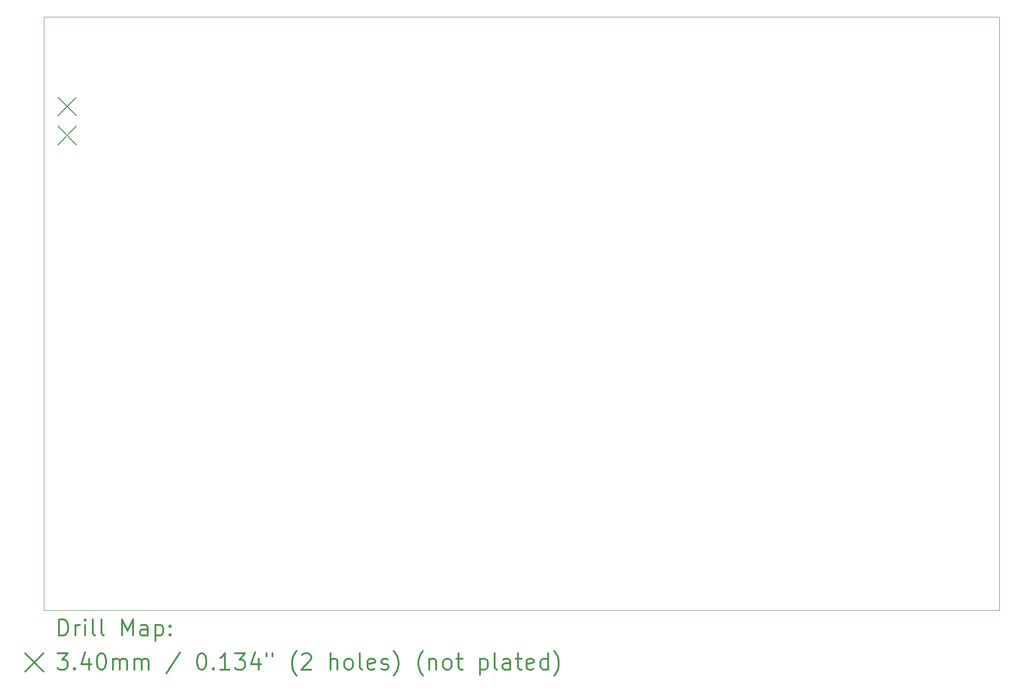
<source format=gbr>
%FSLAX45Y45*%
G04 Gerber Fmt 4.5, Leading zero omitted, Abs format (unit mm)*
G04 Created by KiCad (PCBNEW (5.1.9)-1) date 2021-06-02 00:30:13*
%MOMM*%
%LPD*%
G01*
G04 APERTURE LIST*
%TA.AperFunction,Profile*%
%ADD10C,0.050000*%
%TD*%
%ADD11C,0.200000*%
%ADD12C,0.300000*%
G04 APERTURE END LIST*
D10*
X23850000Y-14170000D02*
X6150000Y-14170000D01*
X23850000Y-3170000D02*
X6150000Y-3170000D01*
X23850000Y-14170000D02*
X23850000Y-3170000D01*
X6150000Y-3170000D02*
X6150000Y-14170000D01*
D11*
X6412406Y-4665434D02*
X6752406Y-5005434D01*
X6752406Y-4665434D02*
X6412406Y-5005434D01*
X6412406Y-5199434D02*
X6752406Y-5539434D01*
X6752406Y-5199434D02*
X6412406Y-5539434D01*
D12*
X6433928Y-14638214D02*
X6433928Y-14338214D01*
X6505357Y-14338214D01*
X6548214Y-14352500D01*
X6576786Y-14381071D01*
X6591071Y-14409643D01*
X6605357Y-14466786D01*
X6605357Y-14509643D01*
X6591071Y-14566786D01*
X6576786Y-14595357D01*
X6548214Y-14623929D01*
X6505357Y-14638214D01*
X6433928Y-14638214D01*
X6733928Y-14638214D02*
X6733928Y-14438214D01*
X6733928Y-14495357D02*
X6748214Y-14466786D01*
X6762500Y-14452500D01*
X6791071Y-14438214D01*
X6819643Y-14438214D01*
X6919643Y-14638214D02*
X6919643Y-14438214D01*
X6919643Y-14338214D02*
X6905357Y-14352500D01*
X6919643Y-14366786D01*
X6933928Y-14352500D01*
X6919643Y-14338214D01*
X6919643Y-14366786D01*
X7105357Y-14638214D02*
X7076786Y-14623929D01*
X7062500Y-14595357D01*
X7062500Y-14338214D01*
X7262500Y-14638214D02*
X7233928Y-14623929D01*
X7219643Y-14595357D01*
X7219643Y-14338214D01*
X7605357Y-14638214D02*
X7605357Y-14338214D01*
X7705357Y-14552500D01*
X7805357Y-14338214D01*
X7805357Y-14638214D01*
X8076786Y-14638214D02*
X8076786Y-14481071D01*
X8062500Y-14452500D01*
X8033928Y-14438214D01*
X7976786Y-14438214D01*
X7948214Y-14452500D01*
X8076786Y-14623929D02*
X8048214Y-14638214D01*
X7976786Y-14638214D01*
X7948214Y-14623929D01*
X7933928Y-14595357D01*
X7933928Y-14566786D01*
X7948214Y-14538214D01*
X7976786Y-14523929D01*
X8048214Y-14523929D01*
X8076786Y-14509643D01*
X8219643Y-14438214D02*
X8219643Y-14738214D01*
X8219643Y-14452500D02*
X8248214Y-14438214D01*
X8305357Y-14438214D01*
X8333928Y-14452500D01*
X8348214Y-14466786D01*
X8362500Y-14495357D01*
X8362500Y-14581071D01*
X8348214Y-14609643D01*
X8333928Y-14623929D01*
X8305357Y-14638214D01*
X8248214Y-14638214D01*
X8219643Y-14623929D01*
X8491071Y-14609643D02*
X8505357Y-14623929D01*
X8491071Y-14638214D01*
X8476786Y-14623929D01*
X8491071Y-14609643D01*
X8491071Y-14638214D01*
X8491071Y-14452500D02*
X8505357Y-14466786D01*
X8491071Y-14481071D01*
X8476786Y-14466786D01*
X8491071Y-14452500D01*
X8491071Y-14481071D01*
X5807500Y-14962500D02*
X6147500Y-15302500D01*
X6147500Y-14962500D02*
X5807500Y-15302500D01*
X6405357Y-14968214D02*
X6591071Y-14968214D01*
X6491071Y-15082500D01*
X6533928Y-15082500D01*
X6562500Y-15096786D01*
X6576786Y-15111071D01*
X6591071Y-15139643D01*
X6591071Y-15211071D01*
X6576786Y-15239643D01*
X6562500Y-15253929D01*
X6533928Y-15268214D01*
X6448214Y-15268214D01*
X6419643Y-15253929D01*
X6405357Y-15239643D01*
X6719643Y-15239643D02*
X6733928Y-15253929D01*
X6719643Y-15268214D01*
X6705357Y-15253929D01*
X6719643Y-15239643D01*
X6719643Y-15268214D01*
X6991071Y-15068214D02*
X6991071Y-15268214D01*
X6919643Y-14953929D02*
X6848214Y-15168214D01*
X7033928Y-15168214D01*
X7205357Y-14968214D02*
X7233928Y-14968214D01*
X7262500Y-14982500D01*
X7276786Y-14996786D01*
X7291071Y-15025357D01*
X7305357Y-15082500D01*
X7305357Y-15153929D01*
X7291071Y-15211071D01*
X7276786Y-15239643D01*
X7262500Y-15253929D01*
X7233928Y-15268214D01*
X7205357Y-15268214D01*
X7176786Y-15253929D01*
X7162500Y-15239643D01*
X7148214Y-15211071D01*
X7133928Y-15153929D01*
X7133928Y-15082500D01*
X7148214Y-15025357D01*
X7162500Y-14996786D01*
X7176786Y-14982500D01*
X7205357Y-14968214D01*
X7433928Y-15268214D02*
X7433928Y-15068214D01*
X7433928Y-15096786D02*
X7448214Y-15082500D01*
X7476786Y-15068214D01*
X7519643Y-15068214D01*
X7548214Y-15082500D01*
X7562500Y-15111071D01*
X7562500Y-15268214D01*
X7562500Y-15111071D02*
X7576786Y-15082500D01*
X7605357Y-15068214D01*
X7648214Y-15068214D01*
X7676786Y-15082500D01*
X7691071Y-15111071D01*
X7691071Y-15268214D01*
X7833928Y-15268214D02*
X7833928Y-15068214D01*
X7833928Y-15096786D02*
X7848214Y-15082500D01*
X7876786Y-15068214D01*
X7919643Y-15068214D01*
X7948214Y-15082500D01*
X7962500Y-15111071D01*
X7962500Y-15268214D01*
X7962500Y-15111071D02*
X7976786Y-15082500D01*
X8005357Y-15068214D01*
X8048214Y-15068214D01*
X8076786Y-15082500D01*
X8091071Y-15111071D01*
X8091071Y-15268214D01*
X8676786Y-14953929D02*
X8419643Y-15339643D01*
X9062500Y-14968214D02*
X9091071Y-14968214D01*
X9119643Y-14982500D01*
X9133928Y-14996786D01*
X9148214Y-15025357D01*
X9162500Y-15082500D01*
X9162500Y-15153929D01*
X9148214Y-15211071D01*
X9133928Y-15239643D01*
X9119643Y-15253929D01*
X9091071Y-15268214D01*
X9062500Y-15268214D01*
X9033928Y-15253929D01*
X9019643Y-15239643D01*
X9005357Y-15211071D01*
X8991071Y-15153929D01*
X8991071Y-15082500D01*
X9005357Y-15025357D01*
X9019643Y-14996786D01*
X9033928Y-14982500D01*
X9062500Y-14968214D01*
X9291071Y-15239643D02*
X9305357Y-15253929D01*
X9291071Y-15268214D01*
X9276786Y-15253929D01*
X9291071Y-15239643D01*
X9291071Y-15268214D01*
X9591071Y-15268214D02*
X9419643Y-15268214D01*
X9505357Y-15268214D02*
X9505357Y-14968214D01*
X9476786Y-15011071D01*
X9448214Y-15039643D01*
X9419643Y-15053929D01*
X9691071Y-14968214D02*
X9876786Y-14968214D01*
X9776786Y-15082500D01*
X9819643Y-15082500D01*
X9848214Y-15096786D01*
X9862500Y-15111071D01*
X9876786Y-15139643D01*
X9876786Y-15211071D01*
X9862500Y-15239643D01*
X9848214Y-15253929D01*
X9819643Y-15268214D01*
X9733928Y-15268214D01*
X9705357Y-15253929D01*
X9691071Y-15239643D01*
X10133928Y-15068214D02*
X10133928Y-15268214D01*
X10062500Y-14953929D02*
X9991071Y-15168214D01*
X10176786Y-15168214D01*
X10276786Y-14968214D02*
X10276786Y-15025357D01*
X10391071Y-14968214D02*
X10391071Y-15025357D01*
X10833928Y-15382500D02*
X10819643Y-15368214D01*
X10791071Y-15325357D01*
X10776786Y-15296786D01*
X10762500Y-15253929D01*
X10748214Y-15182500D01*
X10748214Y-15125357D01*
X10762500Y-15053929D01*
X10776786Y-15011071D01*
X10791071Y-14982500D01*
X10819643Y-14939643D01*
X10833928Y-14925357D01*
X10933928Y-14996786D02*
X10948214Y-14982500D01*
X10976786Y-14968214D01*
X11048214Y-14968214D01*
X11076786Y-14982500D01*
X11091071Y-14996786D01*
X11105357Y-15025357D01*
X11105357Y-15053929D01*
X11091071Y-15096786D01*
X10919643Y-15268214D01*
X11105357Y-15268214D01*
X11462500Y-15268214D02*
X11462500Y-14968214D01*
X11591071Y-15268214D02*
X11591071Y-15111071D01*
X11576786Y-15082500D01*
X11548214Y-15068214D01*
X11505357Y-15068214D01*
X11476786Y-15082500D01*
X11462500Y-15096786D01*
X11776786Y-15268214D02*
X11748214Y-15253929D01*
X11733928Y-15239643D01*
X11719643Y-15211071D01*
X11719643Y-15125357D01*
X11733928Y-15096786D01*
X11748214Y-15082500D01*
X11776786Y-15068214D01*
X11819643Y-15068214D01*
X11848214Y-15082500D01*
X11862500Y-15096786D01*
X11876786Y-15125357D01*
X11876786Y-15211071D01*
X11862500Y-15239643D01*
X11848214Y-15253929D01*
X11819643Y-15268214D01*
X11776786Y-15268214D01*
X12048214Y-15268214D02*
X12019643Y-15253929D01*
X12005357Y-15225357D01*
X12005357Y-14968214D01*
X12276786Y-15253929D02*
X12248214Y-15268214D01*
X12191071Y-15268214D01*
X12162500Y-15253929D01*
X12148214Y-15225357D01*
X12148214Y-15111071D01*
X12162500Y-15082500D01*
X12191071Y-15068214D01*
X12248214Y-15068214D01*
X12276786Y-15082500D01*
X12291071Y-15111071D01*
X12291071Y-15139643D01*
X12148214Y-15168214D01*
X12405357Y-15253929D02*
X12433928Y-15268214D01*
X12491071Y-15268214D01*
X12519643Y-15253929D01*
X12533928Y-15225357D01*
X12533928Y-15211071D01*
X12519643Y-15182500D01*
X12491071Y-15168214D01*
X12448214Y-15168214D01*
X12419643Y-15153929D01*
X12405357Y-15125357D01*
X12405357Y-15111071D01*
X12419643Y-15082500D01*
X12448214Y-15068214D01*
X12491071Y-15068214D01*
X12519643Y-15082500D01*
X12633928Y-15382500D02*
X12648214Y-15368214D01*
X12676786Y-15325357D01*
X12691071Y-15296786D01*
X12705357Y-15253929D01*
X12719643Y-15182500D01*
X12719643Y-15125357D01*
X12705357Y-15053929D01*
X12691071Y-15011071D01*
X12676786Y-14982500D01*
X12648214Y-14939643D01*
X12633928Y-14925357D01*
X13176786Y-15382500D02*
X13162500Y-15368214D01*
X13133928Y-15325357D01*
X13119643Y-15296786D01*
X13105357Y-15253929D01*
X13091071Y-15182500D01*
X13091071Y-15125357D01*
X13105357Y-15053929D01*
X13119643Y-15011071D01*
X13133928Y-14982500D01*
X13162500Y-14939643D01*
X13176786Y-14925357D01*
X13291071Y-15068214D02*
X13291071Y-15268214D01*
X13291071Y-15096786D02*
X13305357Y-15082500D01*
X13333928Y-15068214D01*
X13376786Y-15068214D01*
X13405357Y-15082500D01*
X13419643Y-15111071D01*
X13419643Y-15268214D01*
X13605357Y-15268214D02*
X13576786Y-15253929D01*
X13562500Y-15239643D01*
X13548214Y-15211071D01*
X13548214Y-15125357D01*
X13562500Y-15096786D01*
X13576786Y-15082500D01*
X13605357Y-15068214D01*
X13648214Y-15068214D01*
X13676786Y-15082500D01*
X13691071Y-15096786D01*
X13705357Y-15125357D01*
X13705357Y-15211071D01*
X13691071Y-15239643D01*
X13676786Y-15253929D01*
X13648214Y-15268214D01*
X13605357Y-15268214D01*
X13791071Y-15068214D02*
X13905357Y-15068214D01*
X13833928Y-14968214D02*
X13833928Y-15225357D01*
X13848214Y-15253929D01*
X13876786Y-15268214D01*
X13905357Y-15268214D01*
X14233928Y-15068214D02*
X14233928Y-15368214D01*
X14233928Y-15082500D02*
X14262500Y-15068214D01*
X14319643Y-15068214D01*
X14348214Y-15082500D01*
X14362500Y-15096786D01*
X14376786Y-15125357D01*
X14376786Y-15211071D01*
X14362500Y-15239643D01*
X14348214Y-15253929D01*
X14319643Y-15268214D01*
X14262500Y-15268214D01*
X14233928Y-15253929D01*
X14548214Y-15268214D02*
X14519643Y-15253929D01*
X14505357Y-15225357D01*
X14505357Y-14968214D01*
X14791071Y-15268214D02*
X14791071Y-15111071D01*
X14776786Y-15082500D01*
X14748214Y-15068214D01*
X14691071Y-15068214D01*
X14662500Y-15082500D01*
X14791071Y-15253929D02*
X14762500Y-15268214D01*
X14691071Y-15268214D01*
X14662500Y-15253929D01*
X14648214Y-15225357D01*
X14648214Y-15196786D01*
X14662500Y-15168214D01*
X14691071Y-15153929D01*
X14762500Y-15153929D01*
X14791071Y-15139643D01*
X14891071Y-15068214D02*
X15005357Y-15068214D01*
X14933928Y-14968214D02*
X14933928Y-15225357D01*
X14948214Y-15253929D01*
X14976786Y-15268214D01*
X15005357Y-15268214D01*
X15219643Y-15253929D02*
X15191071Y-15268214D01*
X15133928Y-15268214D01*
X15105357Y-15253929D01*
X15091071Y-15225357D01*
X15091071Y-15111071D01*
X15105357Y-15082500D01*
X15133928Y-15068214D01*
X15191071Y-15068214D01*
X15219643Y-15082500D01*
X15233928Y-15111071D01*
X15233928Y-15139643D01*
X15091071Y-15168214D01*
X15491071Y-15268214D02*
X15491071Y-14968214D01*
X15491071Y-15253929D02*
X15462500Y-15268214D01*
X15405357Y-15268214D01*
X15376786Y-15253929D01*
X15362500Y-15239643D01*
X15348214Y-15211071D01*
X15348214Y-15125357D01*
X15362500Y-15096786D01*
X15376786Y-15082500D01*
X15405357Y-15068214D01*
X15462500Y-15068214D01*
X15491071Y-15082500D01*
X15605357Y-15382500D02*
X15619643Y-15368214D01*
X15648214Y-15325357D01*
X15662500Y-15296786D01*
X15676786Y-15253929D01*
X15691071Y-15182500D01*
X15691071Y-15125357D01*
X15676786Y-15053929D01*
X15662500Y-15011071D01*
X15648214Y-14982500D01*
X15619643Y-14939643D01*
X15605357Y-14925357D01*
M02*

</source>
